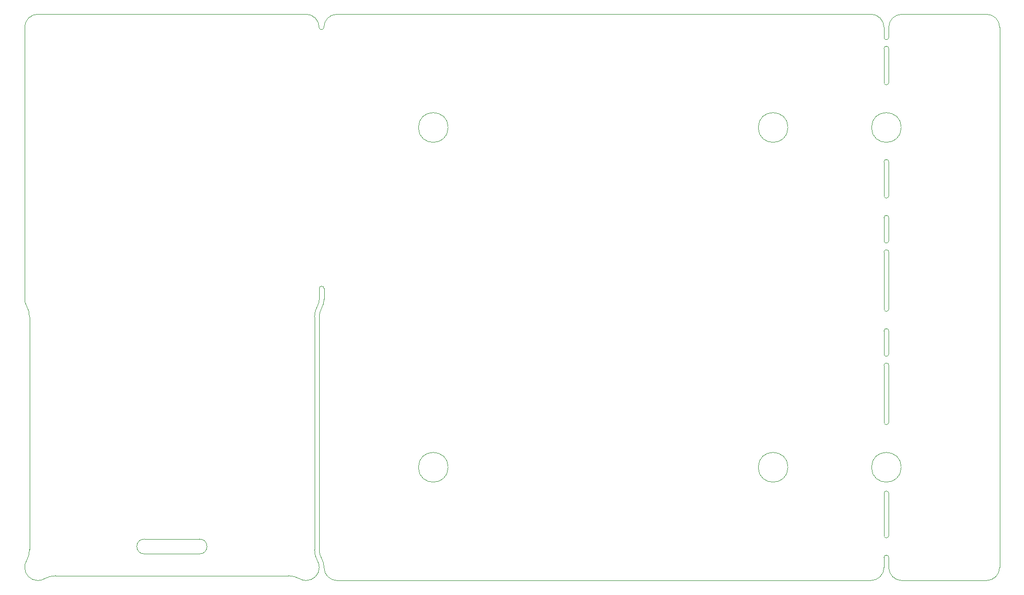
<source format=gbr>
%TF.GenerationSoftware,KiCad,Pcbnew,9.0.5-9.0.5~ubuntu24.04.1*%
%TF.CreationDate,2025-11-03T21:05:05+08:00*%
%TF.ProjectId,TPS,5450532e-6b69-4636-9164-5f7063625858,rev?*%
%TF.SameCoordinates,Original*%
%TF.FileFunction,Profile,NP*%
%FSLAX46Y46*%
G04 Gerber Fmt 4.6, Leading zero omitted, Abs format (unit mm)*
G04 Created by KiCad (PCBNEW 9.0.5-9.0.5~ubuntu24.04.1) date 2025-11-03 21:05:05*
%MOMM*%
%LPD*%
G01*
G04 APERTURE LIST*
%TA.AperFunction,Profile*%
%ADD10C,0.100000*%
%TD*%
G04 APERTURE END LIST*
D10*
X202425000Y-31200000D02*
X202425000Y-122050000D01*
X58568000Y-117272000D02*
X67871000Y-117272000D01*
X183775000Y-120370000D02*
X183775000Y-122050000D01*
X182975000Y-109600000D02*
G75*
G02*
X183775000Y-109600000I400000J0D01*
G01*
X38461000Y-122050000D02*
G75*
G02*
X38755349Y-120950684I2200000J0D01*
G01*
X85800000Y-124250000D02*
G75*
G02*
X84700684Y-123955651I0J2200000D01*
G01*
X41760316Y-123955651D02*
G75*
G02*
X40661000Y-124250000I-1099316J1905651D01*
G01*
X182975000Y-53830000D02*
X182975000Y-59530000D01*
X38755579Y-78010183D02*
G75*
G02*
X39264000Y-79909000I-3291579J-1898817D01*
G01*
X41760183Y-123955421D02*
G75*
G02*
X43659000Y-123447000I1898817J-3291579D01*
G01*
X183775000Y-67100000D02*
G75*
G02*
X182975000Y-67100000I-400000J0D01*
G01*
X185875000Y-48050000D02*
G75*
G02*
X180875000Y-48050000I-2500000J0D01*
G01*
X180875000Y-48050000D02*
G75*
G02*
X185875000Y-48050000I2500000J0D01*
G01*
X200225000Y-124250000D02*
X185975000Y-124250000D01*
X185975000Y-124250000D02*
G75*
G02*
X183775000Y-122050000I0J2200000D01*
G01*
X200225000Y-29000000D02*
G75*
G02*
X202425000Y-31200000I0J-2200000D01*
G01*
X109675000Y-48050000D02*
G75*
G02*
X104675000Y-48050000I-2500000J0D01*
G01*
X104675000Y-48050000D02*
G75*
G02*
X109675000Y-48050000I2500000J0D01*
G01*
X82802000Y-123447000D02*
X43659000Y-123447000D01*
X87997114Y-79934300D02*
X87997114Y-119051667D01*
X38461000Y-31200000D02*
G75*
G02*
X40661000Y-29000000I2200000J0D01*
G01*
X87997114Y-79934333D02*
G75*
G02*
X88398544Y-78435159I2999986J33D01*
G01*
X182975000Y-82270000D02*
G75*
G02*
X183775000Y-82270000I400000J0D01*
G01*
X109675000Y-105200000D02*
G75*
G02*
X104675000Y-105200000I-2500000J0D01*
G01*
X104675000Y-105200000D02*
G75*
G02*
X109675000Y-105200000I2500000J0D01*
G01*
X38755349Y-78010316D02*
G75*
G02*
X38461000Y-76911000I1905651J1099316D01*
G01*
X85775000Y-29000000D02*
X40661000Y-29000000D01*
X88398557Y-120550834D02*
G75*
G02*
X87997129Y-119051667I2598543J1499134D01*
G01*
X183775000Y-78580000D02*
G75*
G02*
X182975000Y-78580000I-400000J0D01*
G01*
X88775000Y-31200000D02*
G75*
G02*
X90975000Y-29000000I2200000J0D01*
G01*
X182975000Y-69000000D02*
G75*
G02*
X183775000Y-69000000I400000J0D01*
G01*
X182975000Y-69000000D02*
X182975000Y-78580000D01*
X85775000Y-29000000D02*
G75*
G02*
X87975000Y-31200000I0J-2200000D01*
G01*
X183775000Y-32880000D02*
G75*
G02*
X182975000Y-32880000I-400000J0D01*
G01*
X183775000Y-109600000D02*
X183775000Y-116680000D01*
X182975000Y-120370000D02*
X182975000Y-122050000D01*
X183775000Y-31200000D02*
G75*
G02*
X185975000Y-29000000I2200000J0D01*
G01*
X183775000Y-59530000D02*
G75*
G02*
X182975000Y-59530000I-400000J0D01*
G01*
X88800000Y-75136000D02*
X88800000Y-76936000D01*
X183775000Y-63220000D02*
X183775000Y-67100000D01*
X166825000Y-48050000D02*
G75*
G02*
X161825000Y-48050000I-2500000J0D01*
G01*
X161825000Y-48050000D02*
G75*
G02*
X166825000Y-48050000I2500000J0D01*
G01*
X87705651Y-120950684D02*
G75*
G02*
X88000000Y-122050000I-1905651J-1099316D01*
G01*
X182975000Y-88050000D02*
G75*
G02*
X183775000Y-88050000I400000J0D01*
G01*
X183775000Y-34780000D02*
X183775000Y-40480000D01*
X88398557Y-120550833D02*
G75*
G02*
X88800000Y-122050000I-2598557J-1499167D01*
G01*
X39264000Y-119052000D02*
X39264000Y-79909000D01*
X88000000Y-122050000D02*
G75*
G02*
X85800000Y-124250000I-2200000J0D01*
G01*
X182975000Y-88050000D02*
X182975000Y-97630000D01*
X40661000Y-124250000D02*
G75*
G02*
X38461000Y-122050000I0J2200000D01*
G01*
X88000000Y-76936000D02*
G75*
G02*
X87705651Y-78035316I-2200000J0D01*
G01*
X91000000Y-124250000D02*
G75*
G02*
X88800000Y-122050000I0J2200000D01*
G01*
X185875000Y-105200000D02*
G75*
G02*
X180875000Y-105200000I-2500000J0D01*
G01*
X180875000Y-105200000D02*
G75*
G02*
X185875000Y-105200000I2500000J0D01*
G01*
X67871000Y-117272000D02*
G75*
G02*
X67871000Y-119772000I0J-1250000D01*
G01*
X182975000Y-34780000D02*
G75*
G02*
X183775000Y-34780000I400000J0D01*
G01*
X88000000Y-75136000D02*
X88000000Y-76936000D01*
X88000000Y-75136000D02*
G75*
G02*
X88800000Y-75136000I400000J0D01*
G01*
X67871000Y-119772000D02*
X58568000Y-119772000D01*
X182975000Y-82270000D02*
X182975000Y-86150000D01*
X202425000Y-122050000D02*
G75*
G02*
X200225000Y-124250000I-2200000J0D01*
G01*
X183775000Y-53830000D02*
X183775000Y-59530000D01*
X183775000Y-40480000D02*
G75*
G02*
X182975000Y-40480000I-400000J0D01*
G01*
X183775000Y-86150000D02*
G75*
G02*
X182975000Y-86150000I-400000J0D01*
G01*
X183775000Y-82270000D02*
X183775000Y-86150000D01*
X82802000Y-123447000D02*
G75*
G02*
X84700817Y-123955421I0J-3800000D01*
G01*
X38461000Y-31200000D02*
X38461000Y-76911000D01*
X183775000Y-69000000D02*
X183775000Y-78580000D01*
X58568000Y-119772000D02*
G75*
G02*
X58568000Y-117272000I0J1250000D01*
G01*
X87197000Y-119052000D02*
X87197000Y-79934000D01*
X182975000Y-32880000D02*
X182975000Y-31200000D01*
X180775000Y-29000000D02*
G75*
G02*
X182975000Y-31200000I0J-2200000D01*
G01*
X182975000Y-53830000D02*
G75*
G02*
X183775000Y-53830000I400000J0D01*
G01*
X182975000Y-63220000D02*
G75*
G02*
X183775000Y-63220000I400000J0D01*
G01*
X87705421Y-120950817D02*
G75*
G02*
X87197000Y-119052000I3291579J1898817D01*
G01*
X183775000Y-116680000D02*
G75*
G02*
X182975000Y-116680000I-400000J0D01*
G01*
X182975000Y-34780000D02*
X182975000Y-40480000D01*
X88800000Y-76936000D02*
G75*
G02*
X88398557Y-78435167I-3000000J0D01*
G01*
X200225000Y-29000000D02*
X185975000Y-29000000D01*
X39264000Y-119052000D02*
G75*
G02*
X38755579Y-120950817I-3800000J0D01*
G01*
X88775000Y-31200000D02*
G75*
G02*
X87975000Y-31200000I-400000J0D01*
G01*
X183775000Y-97630000D02*
G75*
G02*
X182975000Y-97630000I-400000J0D01*
G01*
X182975000Y-120370000D02*
G75*
G02*
X183775000Y-120370000I400000J0D01*
G01*
X180775000Y-29000000D02*
X90975000Y-29000000D01*
X87197000Y-79934000D02*
G75*
G02*
X87705421Y-78035183I3800000J0D01*
G01*
X183775000Y-32880000D02*
X183775000Y-31200000D01*
X182975000Y-63220000D02*
X182975000Y-67100000D01*
X182975000Y-122050000D02*
G75*
G02*
X180775000Y-124250000I-2200000J0D01*
G01*
X182975000Y-109600000D02*
X182975000Y-116680000D01*
X183775000Y-88050000D02*
X183775000Y-97630000D01*
X166825000Y-105200000D02*
G75*
G02*
X161825000Y-105200000I-2500000J0D01*
G01*
X161825000Y-105200000D02*
G75*
G02*
X166825000Y-105200000I2500000J0D01*
G01*
X180775000Y-124250000D02*
X91000000Y-124250000D01*
M02*

</source>
